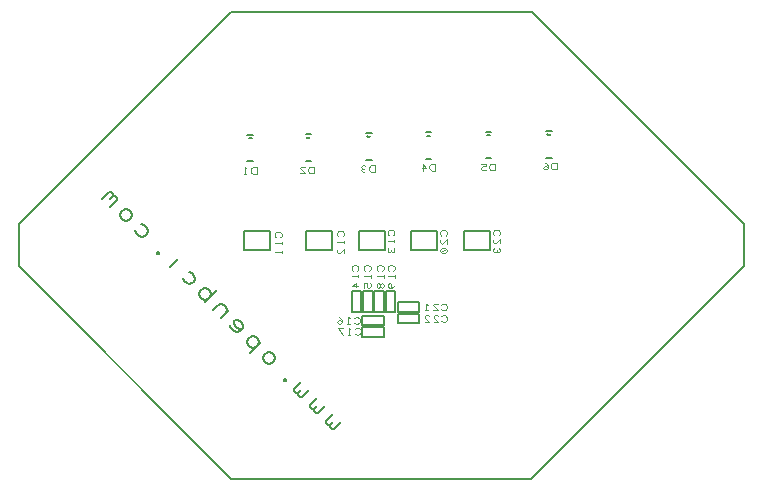
<source format=gbo>
G04 EasyPC Gerber Version 20.0.2 Build 4112 *
G04 #@! TF.Part,Single*
G04 #@! TF.FileFunction,Legend,Bot *
%FSLAX24Y24*%
%MOIN*%
%ADD12C,0.00300*%
%ADD10C,0.00500*%
%ADD13C,0.00600*%
X0Y0D02*
D02*
D10*
X8402Y7722D02*
X7536D01*
Y8352*
X8402*
Y7722*
X10770Y2005D02*
X10538Y1773D01*
X10471*
X10405Y1840*
Y1906*
X10504Y2005*
X10405Y1906D02*
X10339Y1906D01*
X10272Y1972*
Y2039*
X10504Y2271*
X10239Y2536D02*
X10007Y2304D01*
X9941*
X9875Y2370*
Y2436*
X9974Y2536*
X9875Y2436D02*
X9808D01*
X9742Y2503*
Y2569*
X9974Y2801*
X9709Y3066D02*
X9477Y2834D01*
X9411*
X9344Y2900*
Y2967*
X9444Y3066*
X9344Y2967D02*
X9278Y2967D01*
X9212Y3033*
Y3099*
X9444Y3331*
X8880Y3364D02*
X8880Y3431D01*
X8947*
X8947Y3364*
X8880*
X8483Y3961D02*
X8383Y3928D01*
X8284Y3961*
X8217Y4027*
X8184Y4127*
X8217Y4226*
X8284Y4293*
X8383Y4326*
X8483Y4293*
X8549Y4226*
X8582Y4127*
X8549Y4027*
X8483Y3961*
X8118Y4657D02*
X7753Y4293D01*
X7952Y4491D02*
X7853Y4458D01*
X7753Y4491*
X7687Y4558*
X7654Y4657*
X7687Y4757*
X7753Y4823*
X7853Y4856*
X7952Y4823*
X8019Y4757*
X8052Y4657*
X8019Y4558*
X7952Y4491*
X7090Y5221D02*
Y5154D01*
X7157Y5088*
X7223Y5022*
X7322Y4989*
X7422Y5022*
X7521Y5121*
X7521Y5187*
X7488Y5287*
X7422Y5353*
X7322Y5386*
X7256Y5386*
X7223Y5353*
Y5287*
X7256Y5187*
X7322Y5121*
X7422Y5088*
X7488*
X6792Y5453D02*
X7057Y5718D01*
X6958Y5618D02*
X6991Y5718D01*
X6958Y5817*
X6892Y5884*
X6792Y5917*
X6693Y5884*
X6527Y5718*
X6361Y6082D02*
X6262Y6049D01*
X6162Y6082*
X6096Y6149*
X6063Y6248*
X6096Y6348*
X6162Y6414*
X6262Y6447*
X6361Y6414*
X6428Y6348*
X6461Y6248*
X6428Y6149*
X6262Y5983D02*
X6660Y6381D01*
X5698Y7010D02*
X5798Y6977D01*
X5897Y6878*
X5930Y6778*
X5897Y6679*
X5831Y6613*
X5731Y6580*
X5632Y6613*
X5533Y6712*
X5499Y6812*
X5069Y7176D02*
X5334Y7441D01*
X5433Y7541D02*
X4638Y7607*
X4638Y7673D01*
X4704*
X4704Y7607*
X4638*
X4107Y8601D02*
X4207Y8568D01*
X4306Y8469*
X4339Y8369*
X4306Y8270*
X4240Y8204*
X4140Y8171*
X4041Y8204*
X3942Y8303*
X3908Y8403*
X3710Y8734D02*
X3610Y8701D01*
X3511Y8734*
X3444Y8800*
X3411Y8900*
X3444Y8999*
X3511Y9065*
X3610Y9099*
X3710Y9065*
X3776Y8999*
X3809Y8900*
X3776Y8800*
X3710Y8734*
X3080Y9165D02*
X3345Y9430D01*
X3312Y9397D02*
Y9463D01*
X3246Y9530*
X3179*
X3080Y9430*
X3179Y9530D02*
X3179Y9596D01*
X3113Y9662*
X3047*
X2815Y9430*
X10492Y7722D02*
X9626D01*
Y8352*
X10492*
Y7722*
X11455Y6371D02*
X11135D01*
Y5661*
X11455*
Y6371*
X11835D02*
X11515D01*
Y5661*
X11835*
Y6371*
X12205Y4841D02*
Y5161D01*
X11495*
Y4841*
X12205*
Y5221D02*
Y5541D01*
X11495*
Y5221*
X12205*
X12215Y6371D02*
X11895D01*
Y5661*
X12215*
Y6371*
X12242Y7722D02*
X11376D01*
Y8352*
X12242*
Y7722*
X12595Y6371D02*
X12275D01*
Y5661*
X12595*
Y6371*
X13385Y5281D02*
Y5601D01*
X12675*
Y5281*
X13385*
Y5661D02*
Y5981D01*
X12675*
Y5661*
X13385*
X13992Y7722D02*
X13126D01*
Y8352*
X13992*
Y7722*
X15742D02*
X14876D01*
Y8352*
X15742*
Y7722*
X17145Y15661D02*
X7125D01*
X45Y8581*
Y7181*
X7115Y111*
X17125*
X24205Y7191*
Y8591*
X23805Y8991*
X17145Y15661*
D02*
D12*
X7965Y10267D02*
Y10492D01*
X7852*
X7815Y10473*
X7796Y10455*
X7777Y10417*
Y10342*
X7796Y10305*
X7815Y10286*
X7852Y10267*
X7965*
X7627D02*
X7552D01*
X7590D02*
Y10492D01*
X7627Y10455*
X8761Y8153D02*
X8780Y8172D01*
X8799Y8210*
Y8266*
X8780Y8303*
X8761Y8322*
X8724Y8341*
X8649*
X8611Y8322*
X8592Y8303*
X8574Y8266*
Y8210*
X8592Y8172*
X8611Y8153*
X8799Y8003D02*
Y7928D01*
Y7966D02*
X8574D01*
X8611Y8003*
X8799Y7703D02*
Y7628D01*
Y7666D02*
X8574D01*
X8611Y7703*
X9875Y10287D02*
Y10512D01*
X9762*
X9725Y10493*
X9706Y10475*
X9687Y10437*
Y10362*
X9706Y10325*
X9725Y10306*
X9762Y10287*
X9875*
X9425D02*
X9575D01*
X9444Y10418*
X9425Y10456*
X9444Y10493*
X9481Y10512*
X9537*
X9575Y10493*
X10841Y8183D02*
X10860Y8202D01*
X10879Y8240*
Y8296*
X10860Y8333*
X10841Y8352*
X10804Y8371*
X10729*
X10691Y8352*
X10672Y8333*
X10654Y8296*
Y8240*
X10672Y8202*
X10691Y8183*
X10879Y8033D02*
Y7958D01*
Y7996D02*
X10654D01*
X10691Y8033*
X10879Y7621D02*
Y7771D01*
X10747Y7640*
X10710Y7621*
X10672Y7640*
X10654Y7677*
Y7733*
X10672Y7771*
X11217Y5305D02*
X11236Y5286D01*
X11274Y5267*
X11330*
X11367Y5286*
X11386Y5305*
X11405Y5342*
Y5417*
X11386Y5455*
X11367Y5473*
X11330Y5492*
X11274*
X11236Y5473*
X11217Y5455*
X11067Y5267D02*
X10992D01*
X11030D02*
Y5492D01*
X11067Y5455*
X10805Y5323D02*
X10786Y5361D01*
X10749Y5380*
X10711*
X10674Y5361*
X10655Y5323*
X10674Y5286*
X10711Y5267*
X10749*
X10786Y5286*
X10805Y5323*
Y5380*
X10786Y5436*
X10749Y5473*
X10711Y5492*
X11321Y7043D02*
X11340Y7062D01*
X11359Y7100*
Y7156*
X11340Y7193*
X11321Y7212*
X11284Y7231*
X11209*
X11171Y7212*
X11152Y7193*
X11134Y7156*
Y7100*
X11152Y7062*
X11171Y7043*
X11359Y6893D02*
Y6818D01*
Y6856D02*
X11134D01*
X11171Y6893*
X11359Y6537D02*
X11134D01*
X11284Y6631*
Y6481*
X11247Y4945D02*
X11266Y4926D01*
X11304Y4907*
X11360*
X11397Y4926*
X11416Y4945*
X11435Y4982*
Y5057*
X11416Y5095*
X11397Y5113*
X11360Y5132*
X11304*
X11266Y5113*
X11247Y5095*
X11097Y4907D02*
X11022D01*
X11060D02*
Y5132D01*
X11097Y5095*
X10835Y4907D02*
X10685Y5132D01*
X10835*
X11731Y7033D02*
X11750Y7052D01*
X11769Y7090*
Y7146*
X11750Y7183*
X11731Y7202*
X11694Y7221*
X11619*
X11581Y7202*
X11562Y7183*
X11544Y7146*
Y7090*
X11562Y7052*
X11581Y7033*
X11769Y6883D02*
Y6808D01*
Y6846D02*
X11544D01*
X11581Y6883*
X11750Y6621D02*
X11769Y6583D01*
Y6527*
X11750Y6490*
X11712Y6471*
X11694*
X11656Y6490*
X11637Y6527*
Y6621*
X11544*
Y6471*
X11905Y10327D02*
Y10552D01*
X11792*
X11755Y10533*
X11736Y10515*
X11717Y10477*
Y10402*
X11736Y10365*
X11755Y10346*
X11792Y10327*
X11905*
X11586Y10346D02*
X11549Y10327D01*
X11511*
X11474Y10346*
X11455Y10383*
X11474Y10421*
X11511Y10440*
X11549*
X11511D02*
X11474Y10458D01*
X11455Y10496*
X11474Y10533*
X11511Y10552*
X11549*
X11586Y10533*
X12161Y7033D02*
X12180Y7052D01*
X12199Y7090*
Y7146*
X12180Y7183*
X12161Y7202*
X12124Y7221*
X12049*
X12011Y7202*
X11992Y7183*
X11974Y7146*
Y7090*
X11992Y7052*
X12011Y7033*
X12199Y6883D02*
Y6808D01*
Y6846D02*
X11974D01*
X12011Y6883*
X12086Y6565D02*
Y6527D01*
X12067Y6490*
X12030Y6471*
X11992Y6490*
X11974Y6527*
Y6565*
X11992Y6602*
X12030Y6621*
X12067Y6602*
X12086Y6565*
X12105Y6602*
X12142Y6621*
X12180Y6602*
X12199Y6565*
Y6527*
X12180Y6490*
X12142Y6471*
X12105Y6490*
X12086Y6527*
X12521Y8213D02*
X12540Y8232D01*
X12559Y8270*
Y8326*
X12540Y8363*
X12521Y8382*
X12484Y8401*
X12409*
X12371Y8382*
X12352Y8363*
X12334Y8326*
Y8270*
X12352Y8232*
X12371Y8213*
X12559Y8063D02*
Y7988D01*
Y8026D02*
X12334D01*
X12371Y8063*
X12540Y7782D02*
X12559Y7745D01*
Y7707*
X12540Y7670*
X12502Y7651*
X12465Y7670*
X12446Y7707*
Y7745*
Y7707D02*
X12427Y7670D01*
X12390Y7651*
X12352Y7670*
X12334Y7707*
Y7745*
X12352Y7782*
X12531Y7033D02*
X12550Y7052D01*
X12569Y7090*
Y7146*
X12550Y7183*
X12531Y7202*
X12494Y7221*
X12419*
X12381Y7202*
X12362Y7183*
X12344Y7146*
Y7090*
X12362Y7052*
X12381Y7033*
X12569Y6883D02*
Y6808D01*
Y6846D02*
X12344D01*
X12381Y6883*
X12569Y6565D02*
X12550Y6527D01*
X12512Y6490*
X12456Y6471*
X12400*
X12362Y6490*
X12344Y6527*
Y6565*
X12362Y6602*
X12400Y6621*
X12437Y6602*
X12456Y6565*
Y6527*
X12437Y6490*
X12400Y6471*
X13915Y10377D02*
Y10602D01*
X13802*
X13765Y10583*
X13746Y10565*
X13727Y10527*
Y10452*
X13746Y10415*
X13765Y10396*
X13802Y10377*
X13915*
X13521D02*
Y10602D01*
X13615Y10452*
X13465*
X14117Y5755D02*
X14136Y5736D01*
X14174Y5717*
X14230*
X14267Y5736*
X14286Y5755*
X14305Y5792*
Y5867*
X14286Y5905*
X14267Y5923*
X14230Y5942*
X14174*
X14136Y5923*
X14117Y5905*
X13855Y5717D02*
X14005D01*
X13874Y5848*
X13855Y5886*
X13874Y5923*
X13911Y5942*
X13967*
X14005Y5923*
X13667Y5717D02*
X13592D01*
X13630D02*
Y5942D01*
X13667Y5905*
X14127Y5365D02*
X14146Y5346D01*
X14184Y5327*
X14240*
X14277Y5346*
X14296Y5365*
X14315Y5402*
Y5477*
X14296Y5515*
X14277Y5533*
X14240Y5552*
X14184*
X14146Y5533*
X14127Y5515*
X13865Y5327D02*
X14015D01*
X13884Y5458*
X13865Y5496*
X13884Y5533*
X13921Y5552*
X13977*
X14015Y5533*
X13565Y5327D02*
X13715D01*
X13584Y5458*
X13565Y5496*
X13584Y5533*
X13621Y5552*
X13677*
X13715Y5533*
X14271Y8203D02*
X14290Y8222D01*
X14309Y8260*
Y8316*
X14290Y8353*
X14271Y8372*
X14234Y8391*
X14159*
X14121Y8372*
X14102Y8353*
X14084Y8316*
Y8260*
X14102Y8222*
X14121Y8203*
X14309Y7941D02*
Y8091D01*
X14177Y7960*
X14140Y7941*
X14102Y7960*
X14084Y7997*
Y8053*
X14102Y8091*
X14290Y7772D02*
X14309Y7735D01*
Y7697*
X14290Y7660*
X14252Y7641*
X14140*
X14102Y7660*
X14084Y7697*
Y7735*
X14102Y7772*
X14140Y7791*
X14252*
X14290Y7772*
X14102Y7660*
X15905Y10387D02*
Y10612D01*
X15792*
X15755Y10593*
X15736Y10575*
X15717Y10537*
Y10462*
X15736Y10425*
X15755Y10406*
X15792Y10387*
X15905*
X15605Y10406D02*
X15567Y10387D01*
X15511*
X15474Y10406*
X15455Y10443*
Y10462*
X15474Y10500*
X15511Y10518*
X15605*
Y10612*
X15455*
X16041Y8213D02*
X16060Y8232D01*
X16079Y8270*
Y8326*
X16060Y8363*
X16041Y8382*
X16004Y8401*
X15929*
X15891Y8382*
X15872Y8363*
X15854Y8326*
Y8270*
X15872Y8232*
X15891Y8213*
X16079Y7951D02*
Y8101D01*
X15947Y7970*
X15910Y7951*
X15872Y7970*
X15854Y8007*
Y8063*
X15872Y8101*
X16060Y7782D02*
X16079Y7745D01*
Y7707*
X16060Y7670*
X16022Y7651*
X15985Y7670*
X15966Y7707*
Y7745*
Y7707D02*
X15947Y7670D01*
X15910Y7651*
X15872Y7670*
X15854Y7707*
Y7745*
X15872Y7782*
X17965Y10417D02*
Y10642D01*
X17852*
X17815Y10623*
X17796Y10605*
X17777Y10567*
Y10492*
X17796Y10455*
X17815Y10436*
X17852Y10417*
X17965*
X17665Y10473D02*
X17646Y10511D01*
X17609Y10530*
X17571*
X17534Y10511*
X17515Y10473*
X17534Y10436*
X17571Y10417*
X17609*
X17646Y10436*
X17665Y10473*
Y10530*
X17646Y10586*
X17609Y10623*
X17571Y10642*
D02*
D13*
X7658Y11570D02*
X7847D01*
X7804Y11461D02*
X7787Y11455D01*
X7770Y11451*
X7753Y11450*
X7735Y11451*
X7718Y11455*
X7701Y11461*
X7847Y10684D02*
X7658D01*
X9598Y11590D02*
X9787D01*
X9744Y11481D02*
X9727Y11475D01*
X9710Y11471*
X9693Y11470*
X9675Y11471*
X9658Y11475*
X9641Y11481*
X9787Y10704D02*
X9598D01*
X11618Y11630D02*
X11807D01*
X11764Y11521D02*
X11747Y11515D01*
X11730Y11511*
X11713Y11510*
X11695Y11511*
X11678Y11515*
X11661Y11521*
X11807Y10744D02*
X11618D01*
X13598Y11650D02*
X13787D01*
X13744Y11541D02*
X13727Y11535D01*
X13710Y11531*
X13693Y11530*
X13675Y11531*
X13658Y11535*
X13641Y11541*
X13787Y10764D02*
X13598D01*
X15598Y11670D02*
X15787D01*
X15744Y11561D02*
X15727Y11555D01*
X15710Y11551*
X15693Y11550*
X15675Y11551*
X15658Y11555*
X15641Y11561*
X15787Y10784D02*
X15598D01*
X17618Y11690D02*
X17807D01*
X17764Y11581D02*
X17747Y11575D01*
X17730Y11571*
X17713Y11570*
X17695Y11571*
X17678Y11575*
X17661Y11581*
X17807Y10804D02*
X17618D01*
X0Y0D02*
M02*

</source>
